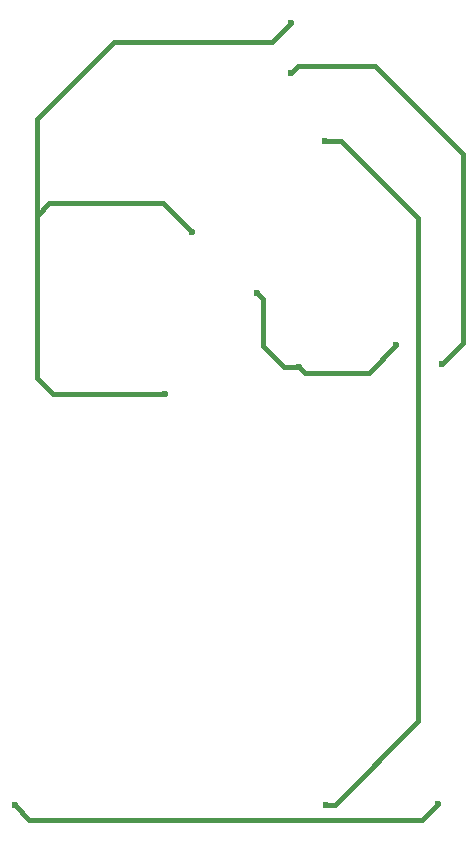
<source format=gbr>
%TF.GenerationSoftware,KiCad,Pcbnew,8.0.4*%
%TF.CreationDate,2024-09-12T22:18:10-07:00*%
%TF.ProjectId,SMDEMFbadgeforMAKE-sizedfor3inchbagLCSCassembly,534d4445-4d46-4626-9164-6765666f724d,rev?*%
%TF.SameCoordinates,Original*%
%TF.FileFunction,Copper,L1,Top*%
%TF.FilePolarity,Positive*%
%FSLAX46Y46*%
G04 Gerber Fmt 4.6, Leading zero omitted, Abs format (unit mm)*
G04 Created by KiCad (PCBNEW 8.0.4) date 2024-09-12 22:18:10*
%MOMM*%
%LPD*%
G01*
G04 APERTURE LIST*
%TA.AperFunction,ViaPad*%
%ADD10C,0.600000*%
%TD*%
%TA.AperFunction,Conductor*%
%ADD11C,0.400000*%
%TD*%
G04 APERTURE END LIST*
D10*
%TO.N,+VDC*%
X210485000Y-106090000D03*
X206860000Y-99815000D03*
X210485000Y-106090000D03*
X218697500Y-104202500D03*
%TO.N,-VDC*%
X199085000Y-108415000D03*
X209760000Y-76990000D03*
X201385000Y-94690000D03*
%TO.N,GND*%
X212635000Y-86965000D03*
X212709999Y-143165001D03*
%TO.N,Net-(AAA_Battery1--)*%
X186389999Y-143221647D03*
X222560000Y-105815000D03*
X222214999Y-143058347D03*
X209735000Y-81240000D03*
%TD*%
D11*
%TO.N,GND*%
X214035000Y-86965000D02*
X212635000Y-86965000D01*
X212709999Y-143165001D02*
X213459999Y-143165001D01*
X213459999Y-143165001D02*
X220535000Y-136090000D01*
X220535000Y-136090000D02*
X220535000Y-93465000D01*
X220535000Y-93465000D02*
X214035000Y-86965000D01*
%TO.N,+VDC*%
X206860000Y-99815000D02*
X207410000Y-100365000D01*
X207410000Y-100365000D02*
X207410000Y-104290000D01*
X207410000Y-104290000D02*
X209210000Y-106090000D01*
X209210000Y-106090000D02*
X210485000Y-106090000D01*
X216335000Y-106565000D02*
X218697500Y-104202500D01*
X210485000Y-106090000D02*
X210960000Y-106565000D01*
X210960000Y-106565000D02*
X216335000Y-106565000D01*
%TO.N,-VDC*%
X188235000Y-93315000D02*
X189310000Y-92240000D01*
X189310000Y-92240000D02*
X198935000Y-92240000D01*
X198935000Y-92240000D02*
X201385000Y-94690000D01*
%TO.N,Net-(AAA_Battery1--)*%
X220858346Y-144415000D02*
X222214999Y-143058347D01*
X186389999Y-143221647D02*
X187583352Y-144415000D01*
X187583352Y-144415000D02*
X220858346Y-144415000D01*
%TO.N,-VDC*%
X188235000Y-107065000D02*
X188235000Y-93315000D01*
X189585000Y-108415000D02*
X188235000Y-107065000D01*
X199085000Y-108415000D02*
X189585000Y-108415000D01*
%TO.N,Net-(AAA_Battery1--)*%
X224310000Y-88065000D02*
X224310000Y-104065000D01*
X224310000Y-104065000D02*
X222560000Y-105815000D01*
X210335000Y-80640000D02*
X216885000Y-80640000D01*
X209735000Y-81240000D02*
X210335000Y-80640000D01*
X216885000Y-80640000D02*
X224310000Y-88065000D01*
%TO.N,-VDC*%
X209760000Y-76990000D02*
X208160000Y-78590000D01*
X204488819Y-78590000D02*
X204141571Y-78602689D01*
X204141571Y-78602689D02*
X204026247Y-78590000D01*
X208160000Y-78590000D02*
X204488819Y-78590000D01*
X188235000Y-85115000D02*
X188235000Y-93315000D01*
X204026247Y-78590000D02*
X194760000Y-78590000D01*
X194760000Y-78590000D02*
X188235000Y-85115000D01*
%TD*%
M02*

</source>
